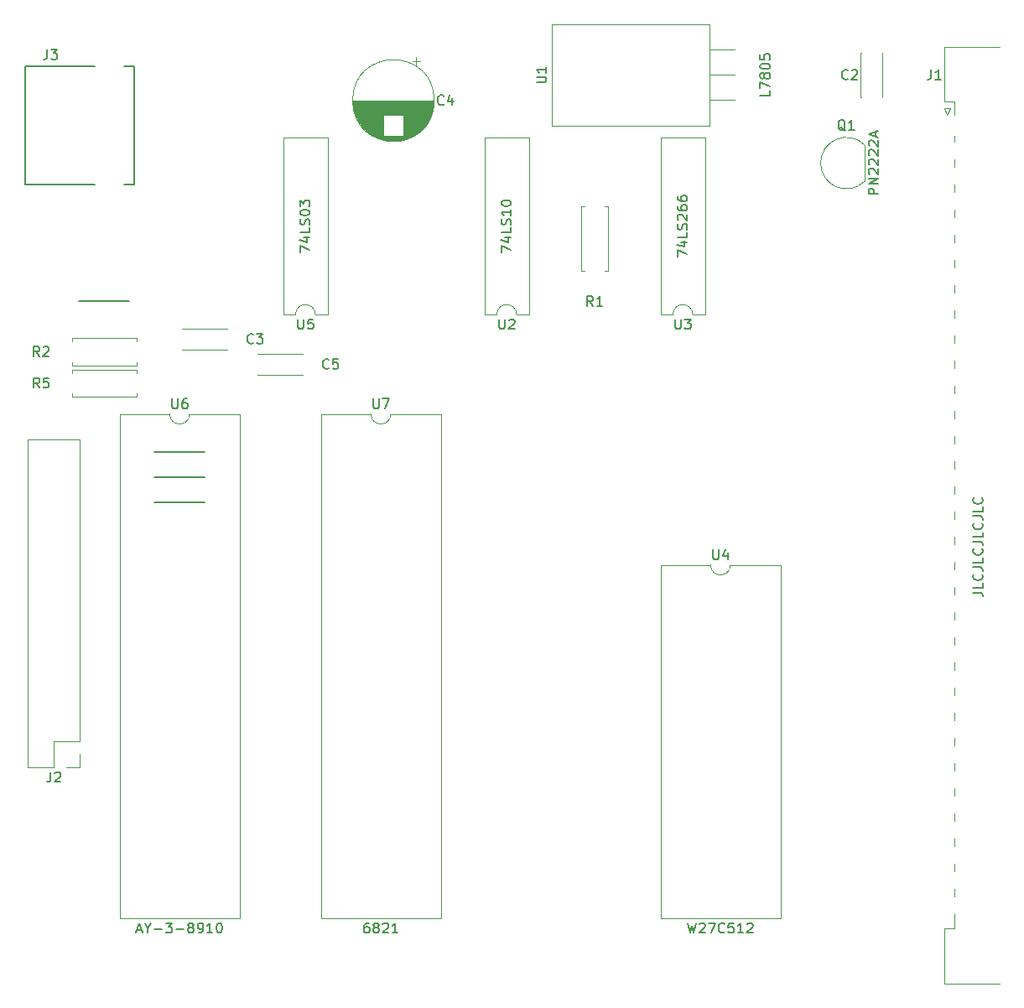
<source format=gbr>
%TF.GenerationSoftware,KiCad,Pcbnew,6.0.8-f2edbf62ab~116~ubuntu22.04.1*%
%TF.CreationDate,2022-10-04T22:46:57+02:00*%
%TF.ProjectId,QL_Qsound10x10,514c5f51-736f-4756-9e64-31307831302e,rev?*%
%TF.SameCoordinates,Original*%
%TF.FileFunction,Legend,Top*%
%TF.FilePolarity,Positive*%
%FSLAX46Y46*%
G04 Gerber Fmt 4.6, Leading zero omitted, Abs format (unit mm)*
G04 Created by KiCad (PCBNEW 6.0.8-f2edbf62ab~116~ubuntu22.04.1) date 2022-10-04 22:46:57*
%MOMM*%
%LPD*%
G01*
G04 APERTURE LIST*
%ADD10C,0.150000*%
%ADD11C,0.120000*%
%ADD12C,0.203200*%
G04 APERTURE END LIST*
D10*
X110490000Y-88900000D02*
X115570000Y-88900000D01*
X110490000Y-91440000D02*
X115570000Y-91440000D01*
X102870000Y-71120000D02*
X107950000Y-71120000D01*
X110490000Y-86360000D02*
X115570000Y-86360000D01*
X193127380Y-100504047D02*
X193841666Y-100504047D01*
X193984523Y-100551666D01*
X194079761Y-100646904D01*
X194127380Y-100789761D01*
X194127380Y-100885000D01*
X194127380Y-99551666D02*
X194127380Y-100027857D01*
X193127380Y-100027857D01*
X194032142Y-98646904D02*
X194079761Y-98694523D01*
X194127380Y-98837380D01*
X194127380Y-98932619D01*
X194079761Y-99075476D01*
X193984523Y-99170714D01*
X193889285Y-99218333D01*
X193698809Y-99265952D01*
X193555952Y-99265952D01*
X193365476Y-99218333D01*
X193270238Y-99170714D01*
X193175000Y-99075476D01*
X193127380Y-98932619D01*
X193127380Y-98837380D01*
X193175000Y-98694523D01*
X193222619Y-98646904D01*
X193127380Y-97932619D02*
X193841666Y-97932619D01*
X193984523Y-97980238D01*
X194079761Y-98075476D01*
X194127380Y-98218333D01*
X194127380Y-98313571D01*
X194127380Y-96980238D02*
X194127380Y-97456428D01*
X193127380Y-97456428D01*
X194032142Y-96075476D02*
X194079761Y-96123095D01*
X194127380Y-96265952D01*
X194127380Y-96361190D01*
X194079761Y-96504047D01*
X193984523Y-96599285D01*
X193889285Y-96646904D01*
X193698809Y-96694523D01*
X193555952Y-96694523D01*
X193365476Y-96646904D01*
X193270238Y-96599285D01*
X193175000Y-96504047D01*
X193127380Y-96361190D01*
X193127380Y-96265952D01*
X193175000Y-96123095D01*
X193222619Y-96075476D01*
X193127380Y-95361190D02*
X193841666Y-95361190D01*
X193984523Y-95408809D01*
X194079761Y-95504047D01*
X194127380Y-95646904D01*
X194127380Y-95742142D01*
X194127380Y-94408809D02*
X194127380Y-94885000D01*
X193127380Y-94885000D01*
X194032142Y-93504047D02*
X194079761Y-93551666D01*
X194127380Y-93694523D01*
X194127380Y-93789761D01*
X194079761Y-93932619D01*
X193984523Y-94027857D01*
X193889285Y-94075476D01*
X193698809Y-94123095D01*
X193555952Y-94123095D01*
X193365476Y-94075476D01*
X193270238Y-94027857D01*
X193175000Y-93932619D01*
X193127380Y-93789761D01*
X193127380Y-93694523D01*
X193175000Y-93551666D01*
X193222619Y-93504047D01*
X193127380Y-92789761D02*
X193841666Y-92789761D01*
X193984523Y-92837380D01*
X194079761Y-92932619D01*
X194127380Y-93075476D01*
X194127380Y-93170714D01*
X194127380Y-91837380D02*
X194127380Y-92313571D01*
X193127380Y-92313571D01*
X194032142Y-90932619D02*
X194079761Y-90980238D01*
X194127380Y-91123095D01*
X194127380Y-91218333D01*
X194079761Y-91361190D01*
X193984523Y-91456428D01*
X193889285Y-91504047D01*
X193698809Y-91551666D01*
X193555952Y-91551666D01*
X193365476Y-91504047D01*
X193270238Y-91456428D01*
X193175000Y-91361190D01*
X193127380Y-91218333D01*
X193127380Y-91123095D01*
X193175000Y-90980238D01*
X193222619Y-90932619D01*
%TO.C,U7*%
X132588095Y-80942380D02*
X132588095Y-81751904D01*
X132635714Y-81847142D01*
X132683333Y-81894761D01*
X132778571Y-81942380D01*
X132969047Y-81942380D01*
X133064285Y-81894761D01*
X133111904Y-81847142D01*
X133159523Y-81751904D01*
X133159523Y-80942380D01*
X133540476Y-80942380D02*
X134207142Y-80942380D01*
X133778571Y-81942380D01*
X132111904Y-133862380D02*
X131921428Y-133862380D01*
X131826190Y-133910000D01*
X131778571Y-133957619D01*
X131683333Y-134100476D01*
X131635714Y-134290952D01*
X131635714Y-134671904D01*
X131683333Y-134767142D01*
X131730952Y-134814761D01*
X131826190Y-134862380D01*
X132016666Y-134862380D01*
X132111904Y-134814761D01*
X132159523Y-134767142D01*
X132207142Y-134671904D01*
X132207142Y-134433809D01*
X132159523Y-134338571D01*
X132111904Y-134290952D01*
X132016666Y-134243333D01*
X131826190Y-134243333D01*
X131730952Y-134290952D01*
X131683333Y-134338571D01*
X131635714Y-134433809D01*
X132778571Y-134290952D02*
X132683333Y-134243333D01*
X132635714Y-134195714D01*
X132588095Y-134100476D01*
X132588095Y-134052857D01*
X132635714Y-133957619D01*
X132683333Y-133910000D01*
X132778571Y-133862380D01*
X132969047Y-133862380D01*
X133064285Y-133910000D01*
X133111904Y-133957619D01*
X133159523Y-134052857D01*
X133159523Y-134100476D01*
X133111904Y-134195714D01*
X133064285Y-134243333D01*
X132969047Y-134290952D01*
X132778571Y-134290952D01*
X132683333Y-134338571D01*
X132635714Y-134386190D01*
X132588095Y-134481428D01*
X132588095Y-134671904D01*
X132635714Y-134767142D01*
X132683333Y-134814761D01*
X132778571Y-134862380D01*
X132969047Y-134862380D01*
X133064285Y-134814761D01*
X133111904Y-134767142D01*
X133159523Y-134671904D01*
X133159523Y-134481428D01*
X133111904Y-134386190D01*
X133064285Y-134338571D01*
X132969047Y-134290952D01*
X133540476Y-133957619D02*
X133588095Y-133910000D01*
X133683333Y-133862380D01*
X133921428Y-133862380D01*
X134016666Y-133910000D01*
X134064285Y-133957619D01*
X134111904Y-134052857D01*
X134111904Y-134148095D01*
X134064285Y-134290952D01*
X133492857Y-134862380D01*
X134111904Y-134862380D01*
X135064285Y-134862380D02*
X134492857Y-134862380D01*
X134778571Y-134862380D02*
X134778571Y-133862380D01*
X134683333Y-134005238D01*
X134588095Y-134100476D01*
X134492857Y-134148095D01*
%TO.C,C5*%
X128103333Y-77827142D02*
X128055714Y-77874761D01*
X127912857Y-77922380D01*
X127817619Y-77922380D01*
X127674761Y-77874761D01*
X127579523Y-77779523D01*
X127531904Y-77684285D01*
X127484285Y-77493809D01*
X127484285Y-77350952D01*
X127531904Y-77160476D01*
X127579523Y-77065238D01*
X127674761Y-76970000D01*
X127817619Y-76922380D01*
X127912857Y-76922380D01*
X128055714Y-76970000D01*
X128103333Y-77017619D01*
X129008095Y-76922380D02*
X128531904Y-76922380D01*
X128484285Y-77398571D01*
X128531904Y-77350952D01*
X128627142Y-77303333D01*
X128865238Y-77303333D01*
X128960476Y-77350952D01*
X129008095Y-77398571D01*
X129055714Y-77493809D01*
X129055714Y-77731904D01*
X129008095Y-77827142D01*
X128960476Y-77874761D01*
X128865238Y-77922380D01*
X128627142Y-77922380D01*
X128531904Y-77874761D01*
X128484285Y-77827142D01*
%TO.C,R5*%
X98893333Y-79827380D02*
X98560000Y-79351190D01*
X98321904Y-79827380D02*
X98321904Y-78827380D01*
X98702857Y-78827380D01*
X98798095Y-78875000D01*
X98845714Y-78922619D01*
X98893333Y-79017857D01*
X98893333Y-79160714D01*
X98845714Y-79255952D01*
X98798095Y-79303571D01*
X98702857Y-79351190D01*
X98321904Y-79351190D01*
X99798095Y-78827380D02*
X99321904Y-78827380D01*
X99274285Y-79303571D01*
X99321904Y-79255952D01*
X99417142Y-79208333D01*
X99655238Y-79208333D01*
X99750476Y-79255952D01*
X99798095Y-79303571D01*
X99845714Y-79398809D01*
X99845714Y-79636904D01*
X99798095Y-79732142D01*
X99750476Y-79779761D01*
X99655238Y-79827380D01*
X99417142Y-79827380D01*
X99321904Y-79779761D01*
X99274285Y-79732142D01*
%TO.C,Q1*%
X180244761Y-53887619D02*
X180149523Y-53840000D01*
X180054285Y-53744761D01*
X179911428Y-53601904D01*
X179816190Y-53554285D01*
X179720952Y-53554285D01*
X179768571Y-53792380D02*
X179673333Y-53744761D01*
X179578095Y-53649523D01*
X179530476Y-53459047D01*
X179530476Y-53125714D01*
X179578095Y-52935238D01*
X179673333Y-52840000D01*
X179768571Y-52792380D01*
X179959047Y-52792380D01*
X180054285Y-52840000D01*
X180149523Y-52935238D01*
X180197142Y-53125714D01*
X180197142Y-53459047D01*
X180149523Y-53649523D01*
X180054285Y-53744761D01*
X179959047Y-53792380D01*
X179768571Y-53792380D01*
X181149523Y-53792380D02*
X180578095Y-53792380D01*
X180863809Y-53792380D02*
X180863809Y-52792380D01*
X180768571Y-52935238D01*
X180673333Y-53030476D01*
X180578095Y-53078095D01*
X183582380Y-60269047D02*
X182582380Y-60269047D01*
X182582380Y-59888095D01*
X182630000Y-59792857D01*
X182677619Y-59745238D01*
X182772857Y-59697619D01*
X182915714Y-59697619D01*
X183010952Y-59745238D01*
X183058571Y-59792857D01*
X183106190Y-59888095D01*
X183106190Y-60269047D01*
X183582380Y-59269047D02*
X182582380Y-59269047D01*
X183582380Y-58697619D01*
X182582380Y-58697619D01*
X182677619Y-58269047D02*
X182630000Y-58221428D01*
X182582380Y-58126190D01*
X182582380Y-57888095D01*
X182630000Y-57792857D01*
X182677619Y-57745238D01*
X182772857Y-57697619D01*
X182868095Y-57697619D01*
X183010952Y-57745238D01*
X183582380Y-58316666D01*
X183582380Y-57697619D01*
X182677619Y-57316666D02*
X182630000Y-57269047D01*
X182582380Y-57173809D01*
X182582380Y-56935714D01*
X182630000Y-56840476D01*
X182677619Y-56792857D01*
X182772857Y-56745238D01*
X182868095Y-56745238D01*
X183010952Y-56792857D01*
X183582380Y-57364285D01*
X183582380Y-56745238D01*
X182677619Y-56364285D02*
X182630000Y-56316666D01*
X182582380Y-56221428D01*
X182582380Y-55983333D01*
X182630000Y-55888095D01*
X182677619Y-55840476D01*
X182772857Y-55792857D01*
X182868095Y-55792857D01*
X183010952Y-55840476D01*
X183582380Y-56411904D01*
X183582380Y-55792857D01*
X182677619Y-55411904D02*
X182630000Y-55364285D01*
X182582380Y-55269047D01*
X182582380Y-55030952D01*
X182630000Y-54935714D01*
X182677619Y-54888095D01*
X182772857Y-54840476D01*
X182868095Y-54840476D01*
X183010952Y-54888095D01*
X183582380Y-55459523D01*
X183582380Y-54840476D01*
X183296666Y-54459523D02*
X183296666Y-53983333D01*
X183582380Y-54554761D02*
X182582380Y-54221428D01*
X183582380Y-53888095D01*
%TO.C,U2*%
X145288095Y-72902380D02*
X145288095Y-73711904D01*
X145335714Y-73807142D01*
X145383333Y-73854761D01*
X145478571Y-73902380D01*
X145669047Y-73902380D01*
X145764285Y-73854761D01*
X145811904Y-73807142D01*
X145859523Y-73711904D01*
X145859523Y-72902380D01*
X146288095Y-72997619D02*
X146335714Y-72950000D01*
X146430952Y-72902380D01*
X146669047Y-72902380D01*
X146764285Y-72950000D01*
X146811904Y-72997619D01*
X146859523Y-73092857D01*
X146859523Y-73188095D01*
X146811904Y-73330952D01*
X146240476Y-73902380D01*
X146859523Y-73902380D01*
X145502380Y-66142857D02*
X145502380Y-65476190D01*
X146502380Y-65904761D01*
X145835714Y-64666666D02*
X146502380Y-64666666D01*
X145454761Y-64904761D02*
X146169047Y-65142857D01*
X146169047Y-64523809D01*
X146502380Y-63666666D02*
X146502380Y-64142857D01*
X145502380Y-64142857D01*
X146454761Y-63380952D02*
X146502380Y-63238095D01*
X146502380Y-63000000D01*
X146454761Y-62904761D01*
X146407142Y-62857142D01*
X146311904Y-62809523D01*
X146216666Y-62809523D01*
X146121428Y-62857142D01*
X146073809Y-62904761D01*
X146026190Y-63000000D01*
X145978571Y-63190476D01*
X145930952Y-63285714D01*
X145883333Y-63333333D01*
X145788095Y-63380952D01*
X145692857Y-63380952D01*
X145597619Y-63333333D01*
X145550000Y-63285714D01*
X145502380Y-63190476D01*
X145502380Y-62952380D01*
X145550000Y-62809523D01*
X146502380Y-61857142D02*
X146502380Y-62428571D01*
X146502380Y-62142857D02*
X145502380Y-62142857D01*
X145645238Y-62238095D01*
X145740476Y-62333333D01*
X145788095Y-62428571D01*
X145502380Y-61238095D02*
X145502380Y-61142857D01*
X145550000Y-61047619D01*
X145597619Y-61000000D01*
X145692857Y-60952380D01*
X145883333Y-60904761D01*
X146121428Y-60904761D01*
X146311904Y-60952380D01*
X146407142Y-61000000D01*
X146454761Y-61047619D01*
X146502380Y-61142857D01*
X146502380Y-61238095D01*
X146454761Y-61333333D01*
X146407142Y-61380952D01*
X146311904Y-61428571D01*
X146121428Y-61476190D01*
X145883333Y-61476190D01*
X145692857Y-61428571D01*
X145597619Y-61380952D01*
X145550000Y-61333333D01*
X145502380Y-61238095D01*
%TO.C,J2*%
X100001666Y-118622380D02*
X100001666Y-119336666D01*
X99954047Y-119479523D01*
X99858809Y-119574761D01*
X99715952Y-119622380D01*
X99620714Y-119622380D01*
X100430238Y-118717619D02*
X100477857Y-118670000D01*
X100573095Y-118622380D01*
X100811190Y-118622380D01*
X100906428Y-118670000D01*
X100954047Y-118717619D01*
X101001666Y-118812857D01*
X101001666Y-118908095D01*
X100954047Y-119050952D01*
X100382619Y-119622380D01*
X101001666Y-119622380D01*
%TO.C,C3*%
X120483333Y-75287142D02*
X120435714Y-75334761D01*
X120292857Y-75382380D01*
X120197619Y-75382380D01*
X120054761Y-75334761D01*
X119959523Y-75239523D01*
X119911904Y-75144285D01*
X119864285Y-74953809D01*
X119864285Y-74810952D01*
X119911904Y-74620476D01*
X119959523Y-74525238D01*
X120054761Y-74430000D01*
X120197619Y-74382380D01*
X120292857Y-74382380D01*
X120435714Y-74430000D01*
X120483333Y-74477619D01*
X120816666Y-74382380D02*
X121435714Y-74382380D01*
X121102380Y-74763333D01*
X121245238Y-74763333D01*
X121340476Y-74810952D01*
X121388095Y-74858571D01*
X121435714Y-74953809D01*
X121435714Y-75191904D01*
X121388095Y-75287142D01*
X121340476Y-75334761D01*
X121245238Y-75382380D01*
X120959523Y-75382380D01*
X120864285Y-75334761D01*
X120816666Y-75287142D01*
%TO.C,R2*%
X98893333Y-76652380D02*
X98560000Y-76176190D01*
X98321904Y-76652380D02*
X98321904Y-75652380D01*
X98702857Y-75652380D01*
X98798095Y-75700000D01*
X98845714Y-75747619D01*
X98893333Y-75842857D01*
X98893333Y-75985714D01*
X98845714Y-76080952D01*
X98798095Y-76128571D01*
X98702857Y-76176190D01*
X98321904Y-76176190D01*
X99274285Y-75747619D02*
X99321904Y-75700000D01*
X99417142Y-75652380D01*
X99655238Y-75652380D01*
X99750476Y-75700000D01*
X99798095Y-75747619D01*
X99845714Y-75842857D01*
X99845714Y-75938095D01*
X99798095Y-76080952D01*
X99226666Y-76652380D01*
X99845714Y-76652380D01*
%TO.C,R1*%
X154773333Y-71572380D02*
X154440000Y-71096190D01*
X154201904Y-71572380D02*
X154201904Y-70572380D01*
X154582857Y-70572380D01*
X154678095Y-70620000D01*
X154725714Y-70667619D01*
X154773333Y-70762857D01*
X154773333Y-70905714D01*
X154725714Y-71000952D01*
X154678095Y-71048571D01*
X154582857Y-71096190D01*
X154201904Y-71096190D01*
X155725714Y-71572380D02*
X155154285Y-71572380D01*
X155440000Y-71572380D02*
X155440000Y-70572380D01*
X155344761Y-70715238D01*
X155249523Y-70810476D01*
X155154285Y-70858095D01*
%TO.C,U5*%
X124968095Y-72902380D02*
X124968095Y-73711904D01*
X125015714Y-73807142D01*
X125063333Y-73854761D01*
X125158571Y-73902380D01*
X125349047Y-73902380D01*
X125444285Y-73854761D01*
X125491904Y-73807142D01*
X125539523Y-73711904D01*
X125539523Y-72902380D01*
X126491904Y-72902380D02*
X126015714Y-72902380D01*
X125968095Y-73378571D01*
X126015714Y-73330952D01*
X126110952Y-73283333D01*
X126349047Y-73283333D01*
X126444285Y-73330952D01*
X126491904Y-73378571D01*
X126539523Y-73473809D01*
X126539523Y-73711904D01*
X126491904Y-73807142D01*
X126444285Y-73854761D01*
X126349047Y-73902380D01*
X126110952Y-73902380D01*
X126015714Y-73854761D01*
X125968095Y-73807142D01*
X125182380Y-66142857D02*
X125182380Y-65476190D01*
X126182380Y-65904761D01*
X125515714Y-64666666D02*
X126182380Y-64666666D01*
X125134761Y-64904761D02*
X125849047Y-65142857D01*
X125849047Y-64523809D01*
X126182380Y-63666666D02*
X126182380Y-64142857D01*
X125182380Y-64142857D01*
X126134761Y-63380952D02*
X126182380Y-63238095D01*
X126182380Y-63000000D01*
X126134761Y-62904761D01*
X126087142Y-62857142D01*
X125991904Y-62809523D01*
X125896666Y-62809523D01*
X125801428Y-62857142D01*
X125753809Y-62904761D01*
X125706190Y-63000000D01*
X125658571Y-63190476D01*
X125610952Y-63285714D01*
X125563333Y-63333333D01*
X125468095Y-63380952D01*
X125372857Y-63380952D01*
X125277619Y-63333333D01*
X125230000Y-63285714D01*
X125182380Y-63190476D01*
X125182380Y-62952380D01*
X125230000Y-62809523D01*
X125182380Y-62190476D02*
X125182380Y-62095238D01*
X125230000Y-62000000D01*
X125277619Y-61952380D01*
X125372857Y-61904761D01*
X125563333Y-61857142D01*
X125801428Y-61857142D01*
X125991904Y-61904761D01*
X126087142Y-61952380D01*
X126134761Y-62000000D01*
X126182380Y-62095238D01*
X126182380Y-62190476D01*
X126134761Y-62285714D01*
X126087142Y-62333333D01*
X125991904Y-62380952D01*
X125801428Y-62428571D01*
X125563333Y-62428571D01*
X125372857Y-62380952D01*
X125277619Y-62333333D01*
X125230000Y-62285714D01*
X125182380Y-62190476D01*
X125182380Y-61523809D02*
X125182380Y-60904761D01*
X125563333Y-61238095D01*
X125563333Y-61095238D01*
X125610952Y-61000000D01*
X125658571Y-60952380D01*
X125753809Y-60904761D01*
X125991904Y-60904761D01*
X126087142Y-60952380D01*
X126134761Y-61000000D01*
X126182380Y-61095238D01*
X126182380Y-61380952D01*
X126134761Y-61476190D01*
X126087142Y-61523809D01*
%TO.C,J3*%
X99677023Y-45672380D02*
X99677023Y-46386666D01*
X99629404Y-46529523D01*
X99534166Y-46624761D01*
X99391309Y-46672380D01*
X99296071Y-46672380D01*
X100057976Y-45672380D02*
X100677023Y-45672380D01*
X100343690Y-46053333D01*
X100486547Y-46053333D01*
X100581785Y-46100952D01*
X100629404Y-46148571D01*
X100677023Y-46243809D01*
X100677023Y-46481904D01*
X100629404Y-46577142D01*
X100581785Y-46624761D01*
X100486547Y-46672380D01*
X100200833Y-46672380D01*
X100105595Y-46624761D01*
X100057976Y-46577142D01*
%TO.C,U3*%
X163068095Y-72902380D02*
X163068095Y-73711904D01*
X163115714Y-73807142D01*
X163163333Y-73854761D01*
X163258571Y-73902380D01*
X163449047Y-73902380D01*
X163544285Y-73854761D01*
X163591904Y-73807142D01*
X163639523Y-73711904D01*
X163639523Y-72902380D01*
X164020476Y-72902380D02*
X164639523Y-72902380D01*
X164306190Y-73283333D01*
X164449047Y-73283333D01*
X164544285Y-73330952D01*
X164591904Y-73378571D01*
X164639523Y-73473809D01*
X164639523Y-73711904D01*
X164591904Y-73807142D01*
X164544285Y-73854761D01*
X164449047Y-73902380D01*
X164163333Y-73902380D01*
X164068095Y-73854761D01*
X164020476Y-73807142D01*
X163282380Y-66619047D02*
X163282380Y-65952380D01*
X164282380Y-66380952D01*
X163615714Y-65142857D02*
X164282380Y-65142857D01*
X163234761Y-65380952D02*
X163949047Y-65619047D01*
X163949047Y-65000000D01*
X164282380Y-64142857D02*
X164282380Y-64619047D01*
X163282380Y-64619047D01*
X164234761Y-63857142D02*
X164282380Y-63714285D01*
X164282380Y-63476190D01*
X164234761Y-63380952D01*
X164187142Y-63333333D01*
X164091904Y-63285714D01*
X163996666Y-63285714D01*
X163901428Y-63333333D01*
X163853809Y-63380952D01*
X163806190Y-63476190D01*
X163758571Y-63666666D01*
X163710952Y-63761904D01*
X163663333Y-63809523D01*
X163568095Y-63857142D01*
X163472857Y-63857142D01*
X163377619Y-63809523D01*
X163330000Y-63761904D01*
X163282380Y-63666666D01*
X163282380Y-63428571D01*
X163330000Y-63285714D01*
X163377619Y-62904761D02*
X163330000Y-62857142D01*
X163282380Y-62761904D01*
X163282380Y-62523809D01*
X163330000Y-62428571D01*
X163377619Y-62380952D01*
X163472857Y-62333333D01*
X163568095Y-62333333D01*
X163710952Y-62380952D01*
X164282380Y-62952380D01*
X164282380Y-62333333D01*
X163282380Y-61476190D02*
X163282380Y-61666666D01*
X163330000Y-61761904D01*
X163377619Y-61809523D01*
X163520476Y-61904761D01*
X163710952Y-61952380D01*
X164091904Y-61952380D01*
X164187142Y-61904761D01*
X164234761Y-61857142D01*
X164282380Y-61761904D01*
X164282380Y-61571428D01*
X164234761Y-61476190D01*
X164187142Y-61428571D01*
X164091904Y-61380952D01*
X163853809Y-61380952D01*
X163758571Y-61428571D01*
X163710952Y-61476190D01*
X163663333Y-61571428D01*
X163663333Y-61761904D01*
X163710952Y-61857142D01*
X163758571Y-61904761D01*
X163853809Y-61952380D01*
X163282380Y-60523809D02*
X163282380Y-60714285D01*
X163330000Y-60809523D01*
X163377619Y-60857142D01*
X163520476Y-60952380D01*
X163710952Y-61000000D01*
X164091904Y-61000000D01*
X164187142Y-60952380D01*
X164234761Y-60904761D01*
X164282380Y-60809523D01*
X164282380Y-60619047D01*
X164234761Y-60523809D01*
X164187142Y-60476190D01*
X164091904Y-60428571D01*
X163853809Y-60428571D01*
X163758571Y-60476190D01*
X163710952Y-60523809D01*
X163663333Y-60619047D01*
X163663333Y-60809523D01*
X163710952Y-60904761D01*
X163758571Y-60952380D01*
X163853809Y-61000000D01*
%TO.C,C2*%
X180513333Y-48617142D02*
X180465714Y-48664761D01*
X180322857Y-48712380D01*
X180227619Y-48712380D01*
X180084761Y-48664761D01*
X179989523Y-48569523D01*
X179941904Y-48474285D01*
X179894285Y-48283809D01*
X179894285Y-48140952D01*
X179941904Y-47950476D01*
X179989523Y-47855238D01*
X180084761Y-47760000D01*
X180227619Y-47712380D01*
X180322857Y-47712380D01*
X180465714Y-47760000D01*
X180513333Y-47807619D01*
X180894285Y-47807619D02*
X180941904Y-47760000D01*
X181037142Y-47712380D01*
X181275238Y-47712380D01*
X181370476Y-47760000D01*
X181418095Y-47807619D01*
X181465714Y-47902857D01*
X181465714Y-47998095D01*
X181418095Y-48140952D01*
X180846666Y-48712380D01*
X181465714Y-48712380D01*
%TO.C,U1*%
X149052380Y-49021904D02*
X149861904Y-49021904D01*
X149957142Y-48974285D01*
X150004761Y-48926666D01*
X150052380Y-48831428D01*
X150052380Y-48640952D01*
X150004761Y-48545714D01*
X149957142Y-48498095D01*
X149861904Y-48450476D01*
X149052380Y-48450476D01*
X150052380Y-47450476D02*
X150052380Y-48021904D01*
X150052380Y-47736190D02*
X149052380Y-47736190D01*
X149195238Y-47831428D01*
X149290476Y-47926666D01*
X149338095Y-48021904D01*
X172632380Y-49855238D02*
X172632380Y-50331428D01*
X171632380Y-50331428D01*
X171632380Y-49617142D02*
X171632380Y-48950476D01*
X172632380Y-49379047D01*
X172060952Y-48426666D02*
X172013333Y-48521904D01*
X171965714Y-48569523D01*
X171870476Y-48617142D01*
X171822857Y-48617142D01*
X171727619Y-48569523D01*
X171680000Y-48521904D01*
X171632380Y-48426666D01*
X171632380Y-48236190D01*
X171680000Y-48140952D01*
X171727619Y-48093333D01*
X171822857Y-48045714D01*
X171870476Y-48045714D01*
X171965714Y-48093333D01*
X172013333Y-48140952D01*
X172060952Y-48236190D01*
X172060952Y-48426666D01*
X172108571Y-48521904D01*
X172156190Y-48569523D01*
X172251428Y-48617142D01*
X172441904Y-48617142D01*
X172537142Y-48569523D01*
X172584761Y-48521904D01*
X172632380Y-48426666D01*
X172632380Y-48236190D01*
X172584761Y-48140952D01*
X172537142Y-48093333D01*
X172441904Y-48045714D01*
X172251428Y-48045714D01*
X172156190Y-48093333D01*
X172108571Y-48140952D01*
X172060952Y-48236190D01*
X171632380Y-47426666D02*
X171632380Y-47331428D01*
X171680000Y-47236190D01*
X171727619Y-47188571D01*
X171822857Y-47140952D01*
X172013333Y-47093333D01*
X172251428Y-47093333D01*
X172441904Y-47140952D01*
X172537142Y-47188571D01*
X172584761Y-47236190D01*
X172632380Y-47331428D01*
X172632380Y-47426666D01*
X172584761Y-47521904D01*
X172537142Y-47569523D01*
X172441904Y-47617142D01*
X172251428Y-47664761D01*
X172013333Y-47664761D01*
X171822857Y-47617142D01*
X171727619Y-47569523D01*
X171680000Y-47521904D01*
X171632380Y-47426666D01*
X171632380Y-46188571D02*
X171632380Y-46664761D01*
X172108571Y-46712380D01*
X172060952Y-46664761D01*
X172013333Y-46569523D01*
X172013333Y-46331428D01*
X172060952Y-46236190D01*
X172108571Y-46188571D01*
X172203809Y-46140952D01*
X172441904Y-46140952D01*
X172537142Y-46188571D01*
X172584761Y-46236190D01*
X172632380Y-46331428D01*
X172632380Y-46569523D01*
X172584761Y-46664761D01*
X172537142Y-46712380D01*
%TO.C,U6*%
X112268095Y-80942380D02*
X112268095Y-81751904D01*
X112315714Y-81847142D01*
X112363333Y-81894761D01*
X112458571Y-81942380D01*
X112649047Y-81942380D01*
X112744285Y-81894761D01*
X112791904Y-81847142D01*
X112839523Y-81751904D01*
X112839523Y-80942380D01*
X113744285Y-80942380D02*
X113553809Y-80942380D01*
X113458571Y-80990000D01*
X113410952Y-81037619D01*
X113315714Y-81180476D01*
X113268095Y-81370952D01*
X113268095Y-81751904D01*
X113315714Y-81847142D01*
X113363333Y-81894761D01*
X113458571Y-81942380D01*
X113649047Y-81942380D01*
X113744285Y-81894761D01*
X113791904Y-81847142D01*
X113839523Y-81751904D01*
X113839523Y-81513809D01*
X113791904Y-81418571D01*
X113744285Y-81370952D01*
X113649047Y-81323333D01*
X113458571Y-81323333D01*
X113363333Y-81370952D01*
X113315714Y-81418571D01*
X113268095Y-81513809D01*
X108744285Y-134576666D02*
X109220476Y-134576666D01*
X108649047Y-134862380D02*
X108982380Y-133862380D01*
X109315714Y-134862380D01*
X109839523Y-134386190D02*
X109839523Y-134862380D01*
X109506190Y-133862380D02*
X109839523Y-134386190D01*
X110172857Y-133862380D01*
X110506190Y-134481428D02*
X111268095Y-134481428D01*
X111649047Y-133862380D02*
X112268095Y-133862380D01*
X111934761Y-134243333D01*
X112077619Y-134243333D01*
X112172857Y-134290952D01*
X112220476Y-134338571D01*
X112268095Y-134433809D01*
X112268095Y-134671904D01*
X112220476Y-134767142D01*
X112172857Y-134814761D01*
X112077619Y-134862380D01*
X111791904Y-134862380D01*
X111696666Y-134814761D01*
X111649047Y-134767142D01*
X112696666Y-134481428D02*
X113458571Y-134481428D01*
X114077619Y-134290952D02*
X113982380Y-134243333D01*
X113934761Y-134195714D01*
X113887142Y-134100476D01*
X113887142Y-134052857D01*
X113934761Y-133957619D01*
X113982380Y-133910000D01*
X114077619Y-133862380D01*
X114268095Y-133862380D01*
X114363333Y-133910000D01*
X114410952Y-133957619D01*
X114458571Y-134052857D01*
X114458571Y-134100476D01*
X114410952Y-134195714D01*
X114363333Y-134243333D01*
X114268095Y-134290952D01*
X114077619Y-134290952D01*
X113982380Y-134338571D01*
X113934761Y-134386190D01*
X113887142Y-134481428D01*
X113887142Y-134671904D01*
X113934761Y-134767142D01*
X113982380Y-134814761D01*
X114077619Y-134862380D01*
X114268095Y-134862380D01*
X114363333Y-134814761D01*
X114410952Y-134767142D01*
X114458571Y-134671904D01*
X114458571Y-134481428D01*
X114410952Y-134386190D01*
X114363333Y-134338571D01*
X114268095Y-134290952D01*
X114934761Y-134862380D02*
X115125238Y-134862380D01*
X115220476Y-134814761D01*
X115268095Y-134767142D01*
X115363333Y-134624285D01*
X115410952Y-134433809D01*
X115410952Y-134052857D01*
X115363333Y-133957619D01*
X115315714Y-133910000D01*
X115220476Y-133862380D01*
X115030000Y-133862380D01*
X114934761Y-133910000D01*
X114887142Y-133957619D01*
X114839523Y-134052857D01*
X114839523Y-134290952D01*
X114887142Y-134386190D01*
X114934761Y-134433809D01*
X115030000Y-134481428D01*
X115220476Y-134481428D01*
X115315714Y-134433809D01*
X115363333Y-134386190D01*
X115410952Y-134290952D01*
X116363333Y-134862380D02*
X115791904Y-134862380D01*
X116077619Y-134862380D02*
X116077619Y-133862380D01*
X115982380Y-134005238D01*
X115887142Y-134100476D01*
X115791904Y-134148095D01*
X116982380Y-133862380D02*
X117077619Y-133862380D01*
X117172857Y-133910000D01*
X117220476Y-133957619D01*
X117268095Y-134052857D01*
X117315714Y-134243333D01*
X117315714Y-134481428D01*
X117268095Y-134671904D01*
X117220476Y-134767142D01*
X117172857Y-134814761D01*
X117077619Y-134862380D01*
X116982380Y-134862380D01*
X116887142Y-134814761D01*
X116839523Y-134767142D01*
X116791904Y-134671904D01*
X116744285Y-134481428D01*
X116744285Y-134243333D01*
X116791904Y-134052857D01*
X116839523Y-133957619D01*
X116887142Y-133910000D01*
X116982380Y-133862380D01*
%TO.C,J1*%
X188896666Y-47712380D02*
X188896666Y-48426666D01*
X188849047Y-48569523D01*
X188753809Y-48664761D01*
X188610952Y-48712380D01*
X188515714Y-48712380D01*
X189896666Y-48712380D02*
X189325238Y-48712380D01*
X189610952Y-48712380D02*
X189610952Y-47712380D01*
X189515714Y-47855238D01*
X189420476Y-47950476D01*
X189325238Y-47998095D01*
%TO.C,C4*%
X139703333Y-51197142D02*
X139655714Y-51244761D01*
X139512857Y-51292380D01*
X139417619Y-51292380D01*
X139274761Y-51244761D01*
X139179523Y-51149523D01*
X139131904Y-51054285D01*
X139084285Y-50863809D01*
X139084285Y-50720952D01*
X139131904Y-50530476D01*
X139179523Y-50435238D01*
X139274761Y-50340000D01*
X139417619Y-50292380D01*
X139512857Y-50292380D01*
X139655714Y-50340000D01*
X139703333Y-50387619D01*
X140560476Y-50625714D02*
X140560476Y-51292380D01*
X140322380Y-50244761D02*
X140084285Y-50959047D01*
X140703333Y-50959047D01*
%TO.C,U4*%
X166878095Y-96182380D02*
X166878095Y-96991904D01*
X166925714Y-97087142D01*
X166973333Y-97134761D01*
X167068571Y-97182380D01*
X167259047Y-97182380D01*
X167354285Y-97134761D01*
X167401904Y-97087142D01*
X167449523Y-96991904D01*
X167449523Y-96182380D01*
X168354285Y-96515714D02*
X168354285Y-97182380D01*
X168116190Y-96134761D02*
X167878095Y-96849047D01*
X168497142Y-96849047D01*
X164330476Y-133862380D02*
X164568571Y-134862380D01*
X164759047Y-134148095D01*
X164949523Y-134862380D01*
X165187619Y-133862380D01*
X165520952Y-133957619D02*
X165568571Y-133910000D01*
X165663809Y-133862380D01*
X165901904Y-133862380D01*
X165997142Y-133910000D01*
X166044761Y-133957619D01*
X166092380Y-134052857D01*
X166092380Y-134148095D01*
X166044761Y-134290952D01*
X165473333Y-134862380D01*
X166092380Y-134862380D01*
X166425714Y-133862380D02*
X167092380Y-133862380D01*
X166663809Y-134862380D01*
X168044761Y-134767142D02*
X167997142Y-134814761D01*
X167854285Y-134862380D01*
X167759047Y-134862380D01*
X167616190Y-134814761D01*
X167520952Y-134719523D01*
X167473333Y-134624285D01*
X167425714Y-134433809D01*
X167425714Y-134290952D01*
X167473333Y-134100476D01*
X167520952Y-134005238D01*
X167616190Y-133910000D01*
X167759047Y-133862380D01*
X167854285Y-133862380D01*
X167997142Y-133910000D01*
X168044761Y-133957619D01*
X168949523Y-133862380D02*
X168473333Y-133862380D01*
X168425714Y-134338571D01*
X168473333Y-134290952D01*
X168568571Y-134243333D01*
X168806666Y-134243333D01*
X168901904Y-134290952D01*
X168949523Y-134338571D01*
X168997142Y-134433809D01*
X168997142Y-134671904D01*
X168949523Y-134767142D01*
X168901904Y-134814761D01*
X168806666Y-134862380D01*
X168568571Y-134862380D01*
X168473333Y-134814761D01*
X168425714Y-134767142D01*
X169949523Y-134862380D02*
X169378095Y-134862380D01*
X169663809Y-134862380D02*
X169663809Y-133862380D01*
X169568571Y-134005238D01*
X169473333Y-134100476D01*
X169378095Y-134148095D01*
X170330476Y-133957619D02*
X170378095Y-133910000D01*
X170473333Y-133862380D01*
X170711428Y-133862380D01*
X170806666Y-133910000D01*
X170854285Y-133957619D01*
X170901904Y-134052857D01*
X170901904Y-134148095D01*
X170854285Y-134290952D01*
X170282857Y-134862380D01*
X170901904Y-134862380D01*
D11*
%TO.C,U7*%
X139410000Y-82490000D02*
X134350000Y-82490000D01*
X132350000Y-82490000D02*
X127290000Y-82490000D01*
X139410000Y-133410000D02*
X139410000Y-82490000D01*
X127290000Y-82490000D02*
X127290000Y-133410000D01*
X127290000Y-133410000D02*
X139410000Y-133410000D01*
X132350000Y-82490000D02*
G75*
G03*
X134350000Y-82490000I1000000J0D01*
G01*
%TO.C,C5*%
X120920000Y-78540000D02*
X125460000Y-78540000D01*
X125460000Y-76400000D02*
X125460000Y-76415000D01*
X120920000Y-76400000D02*
X120920000Y-76415000D01*
X125460000Y-78525000D02*
X125460000Y-78540000D01*
X120920000Y-76400000D02*
X125460000Y-76400000D01*
X120920000Y-78525000D02*
X120920000Y-78540000D01*
%TO.C,R5*%
X108680000Y-78005000D02*
X102140000Y-78005000D01*
X102140000Y-80745000D02*
X102140000Y-80415000D01*
X108680000Y-78335000D02*
X108680000Y-78005000D01*
X108680000Y-80745000D02*
X102140000Y-80745000D01*
X108680000Y-80415000D02*
X108680000Y-80745000D01*
X102140000Y-78005000D02*
X102140000Y-78335000D01*
%TO.C,Q1*%
X182190000Y-58950000D02*
X182190000Y-55350000D01*
X182178478Y-55311522D02*
G75*
G03*
X177740000Y-57150000I-1838478J-1838478D01*
G01*
X177739999Y-57150000D02*
G75*
G03*
X182178478Y-58988478I2600001J0D01*
G01*
%TO.C,U2*%
X148300000Y-54550000D02*
X143800000Y-54550000D01*
X148300000Y-72450000D02*
X148300000Y-54550000D01*
X147050000Y-72450000D02*
X148300000Y-72450000D01*
X143800000Y-72450000D02*
X145050000Y-72450000D01*
X143800000Y-54550000D02*
X143800000Y-72450000D01*
X147050000Y-72450000D02*
G75*
G03*
X145050000Y-72450000I-1000000J0D01*
G01*
%TO.C,J2*%
X97735000Y-118170000D02*
X97735000Y-85030000D01*
X102935000Y-115570000D02*
X100335000Y-115570000D01*
X102935000Y-116840000D02*
X102935000Y-118170000D01*
X100335000Y-118170000D02*
X97735000Y-118170000D01*
X102935000Y-85030000D02*
X97735000Y-85030000D01*
X102935000Y-115570000D02*
X102935000Y-85030000D01*
X102935000Y-118170000D02*
X101605000Y-118170000D01*
X100335000Y-115570000D02*
X100335000Y-118170000D01*
%TO.C,C3*%
X117840000Y-76000000D02*
X117840000Y-75985000D01*
X113300000Y-76000000D02*
X113300000Y-75985000D01*
X117840000Y-73875000D02*
X117840000Y-73860000D01*
X113300000Y-73875000D02*
X113300000Y-73860000D01*
X117840000Y-73860000D02*
X113300000Y-73860000D01*
X117840000Y-76000000D02*
X113300000Y-76000000D01*
%TO.C,R2*%
X108680000Y-74830000D02*
X108680000Y-75160000D01*
X102140000Y-77240000D02*
X102140000Y-77570000D01*
X108680000Y-77570000D02*
X108680000Y-77240000D01*
X102140000Y-74830000D02*
X108680000Y-74830000D01*
X102140000Y-75160000D02*
X102140000Y-74830000D01*
X102140000Y-77570000D02*
X108680000Y-77570000D01*
%TO.C,R1*%
X156310000Y-61500000D02*
X155980000Y-61500000D01*
X155980000Y-68040000D02*
X156310000Y-68040000D01*
X156310000Y-68040000D02*
X156310000Y-61500000D01*
X153570000Y-61500000D02*
X153900000Y-61500000D01*
X153570000Y-68040000D02*
X153570000Y-61500000D01*
X153900000Y-68040000D02*
X153570000Y-68040000D01*
%TO.C,U5*%
X123480000Y-54550000D02*
X123480000Y-72450000D01*
X127980000Y-72450000D02*
X127980000Y-54550000D01*
X123480000Y-72450000D02*
X124730000Y-72450000D01*
X127980000Y-54550000D02*
X123480000Y-54550000D01*
X126730000Y-72450000D02*
X127980000Y-72450000D01*
X126730000Y-72450000D02*
G75*
G03*
X124730000Y-72450000I-1000000J0D01*
G01*
D12*
%TO.C,J3*%
X108465000Y-59340000D02*
X107465000Y-59340000D01*
X108465000Y-47340000D02*
X108465000Y-59340000D01*
X97465000Y-47340000D02*
X97465000Y-59340000D01*
X97465000Y-59340000D02*
X104465000Y-59340000D01*
X97465000Y-47340000D02*
X104465000Y-47340000D01*
X108465000Y-47340000D02*
X107465000Y-47340000D01*
D11*
%TO.C,U3*%
X161580000Y-54550000D02*
X161580000Y-72450000D01*
X161580000Y-72450000D02*
X162830000Y-72450000D01*
X164830000Y-72450000D02*
X166080000Y-72450000D01*
X166080000Y-54550000D02*
X161580000Y-54550000D01*
X166080000Y-72450000D02*
X166080000Y-54550000D01*
X164830000Y-72450000D02*
G75*
G03*
X162830000Y-72450000I-1000000J0D01*
G01*
%TO.C,C2*%
X183950000Y-50530000D02*
X183950000Y-45990000D01*
X183935000Y-50530000D02*
X183950000Y-50530000D01*
X181810000Y-50530000D02*
X181810000Y-45990000D01*
X181810000Y-45990000D02*
X181825000Y-45990000D01*
X181810000Y-50530000D02*
X181825000Y-50530000D01*
X183935000Y-45990000D02*
X183950000Y-45990000D01*
%TO.C,U1*%
X150600000Y-53380000D02*
X150600000Y-43140000D01*
X166490000Y-53380000D02*
X166490000Y-43140000D01*
X150600000Y-53380000D02*
X166490000Y-53380000D01*
X166490000Y-48260000D02*
X169030000Y-48260000D01*
X166490000Y-50800000D02*
X169030000Y-50800000D01*
X166490000Y-45720000D02*
X169030000Y-45720000D01*
X150600000Y-43140000D02*
X166490000Y-43140000D01*
%TO.C,U6*%
X106970000Y-133410000D02*
X119090000Y-133410000D01*
X119090000Y-82490000D02*
X114030000Y-82490000D01*
X112030000Y-82490000D02*
X106970000Y-82490000D01*
X106970000Y-82490000D02*
X106970000Y-133410000D01*
X119090000Y-133410000D02*
X119090000Y-82490000D01*
X112030000Y-82490000D02*
G75*
G03*
X114030000Y-82490000I1000000J0D01*
G01*
%TO.C,J1*%
X191240000Y-77070000D02*
X191240000Y-77871000D01*
X191240000Y-61830000D02*
X191240000Y-62631000D01*
X191240000Y-110090000D02*
X191240000Y-110891000D01*
X191240000Y-92310000D02*
X191240000Y-93111000D01*
X191240000Y-74530000D02*
X191240000Y-75331000D01*
X191240000Y-54435000D02*
X191240000Y-55011000D01*
X191240000Y-99930000D02*
X191240000Y-100731000D01*
X191240000Y-59290000D02*
X191240000Y-60091000D01*
X190200000Y-51645000D02*
X190500000Y-52245000D01*
X190500000Y-52245000D02*
X190800000Y-51645000D01*
X191240000Y-71990000D02*
X191240000Y-72791000D01*
X191240000Y-122790000D02*
X191240000Y-123591000D01*
X191240000Y-127870000D02*
X191240000Y-128671000D01*
X191240000Y-69450000D02*
X191240000Y-70251000D01*
X190240000Y-139970000D02*
X190240000Y-134450000D01*
X191240000Y-94850000D02*
X191240000Y-95651000D01*
X191240000Y-130410000D02*
X191240000Y-131211000D01*
X191240000Y-132950000D02*
X191240000Y-134450000D01*
X191240000Y-50969000D02*
X191240000Y-52245000D01*
X191240000Y-84690000D02*
X191240000Y-85491000D01*
X191240000Y-105010000D02*
X191240000Y-105811000D01*
X191240000Y-117710000D02*
X191240000Y-118511000D01*
X190240000Y-50970000D02*
X191240000Y-50970000D01*
X191240000Y-115170000D02*
X191240000Y-115971000D01*
X191240000Y-89770000D02*
X191240000Y-90571000D01*
X191240000Y-56750000D02*
X191240000Y-57551000D01*
X190240000Y-45450000D02*
X190240000Y-50970000D01*
X191240000Y-112630000D02*
X191240000Y-113431000D01*
X191240000Y-102470000D02*
X191240000Y-103271000D01*
X191240000Y-66910000D02*
X191240000Y-67711000D01*
X191240000Y-97390000D02*
X191240000Y-98191000D01*
X191240000Y-87230000D02*
X191240000Y-88031000D01*
X190800000Y-51645000D02*
X190200000Y-51645000D01*
X195800000Y-45450000D02*
X190240000Y-45450000D01*
X191240000Y-82150000D02*
X191240000Y-82951000D01*
X191240000Y-107550000D02*
X191240000Y-108351000D01*
X191240000Y-79610000D02*
X191240000Y-80411000D01*
X191240000Y-64370000D02*
X191240000Y-65171000D01*
X195800000Y-139970000D02*
X190240000Y-139970000D01*
X191240000Y-120250000D02*
X191240000Y-121051000D01*
X191240000Y-125330000D02*
X191240000Y-126131000D01*
X190240000Y-134450000D02*
X191240000Y-134450000D01*
%TO.C,C4*%
X138650000Y-51480000D02*
X130590000Y-51480000D01*
X138113000Y-52961000D02*
X135660000Y-52961000D01*
X133580000Y-54121000D02*
X132166000Y-54121000D01*
X133580000Y-52361000D02*
X130830000Y-52361000D01*
X133580000Y-53081000D02*
X131202000Y-53081000D01*
X138441000Y-52281000D02*
X130799000Y-52281000D01*
X133580000Y-52921000D02*
X131103000Y-52921000D01*
X133580000Y-53761000D02*
X131753000Y-53761000D01*
X133580000Y-52561000D02*
X130916000Y-52561000D01*
X133580000Y-52641000D02*
X130954000Y-52641000D01*
X138394000Y-52401000D02*
X135660000Y-52401000D01*
X133580000Y-54081000D02*
X132115000Y-54081000D01*
X136722000Y-54361000D02*
X135660000Y-54361000D01*
X133580000Y-54281000D02*
X132392000Y-54281000D01*
X136172000Y-54641000D02*
X133068000Y-54641000D01*
X136935000Y-46430302D02*
X136935000Y-47230302D01*
X138691000Y-51120000D02*
X130549000Y-51120000D01*
X138483000Y-52161000D02*
X130757000Y-52161000D01*
X138622000Y-51641000D02*
X130618000Y-51641000D01*
X138697000Y-51000000D02*
X130543000Y-51000000D01*
X138324000Y-52561000D02*
X135660000Y-52561000D01*
X133580000Y-52801000D02*
X131036000Y-52801000D01*
X138226000Y-52761000D02*
X135660000Y-52761000D01*
X137565000Y-53681000D02*
X135660000Y-53681000D01*
X138700000Y-50840000D02*
X130540000Y-50840000D01*
X133580000Y-52521000D02*
X130898000Y-52521000D01*
X138596000Y-51761000D02*
X130644000Y-51761000D01*
X133580000Y-53801000D02*
X131794000Y-53801000D01*
X137985000Y-53161000D02*
X135660000Y-53161000D01*
X138286000Y-52641000D02*
X135660000Y-52641000D01*
X137639000Y-53601000D02*
X135660000Y-53601000D01*
X133580000Y-52761000D02*
X131014000Y-52761000D01*
X137446000Y-53801000D02*
X135660000Y-53801000D01*
X133580000Y-54041000D02*
X132064000Y-54041000D01*
X138677000Y-51280000D02*
X130563000Y-51280000D01*
X138342000Y-52521000D02*
X135660000Y-52521000D01*
X138509000Y-52081000D02*
X130731000Y-52081000D01*
X138657000Y-51440000D02*
X130583000Y-51440000D01*
X138137000Y-52921000D02*
X135660000Y-52921000D01*
X133580000Y-52481000D02*
X130880000Y-52481000D01*
X136073000Y-54681000D02*
X133167000Y-54681000D01*
X137125000Y-54081000D02*
X135660000Y-54081000D01*
X135718000Y-54801000D02*
X133522000Y-54801000D01*
X138700000Y-50920000D02*
X130540000Y-50920000D01*
X136351000Y-54561000D02*
X132889000Y-54561000D01*
X133580000Y-52321000D02*
X130815000Y-52321000D01*
X138696000Y-51040000D02*
X130544000Y-51040000D01*
X133580000Y-52401000D02*
X130846000Y-52401000D01*
X138534000Y-52001000D02*
X130706000Y-52001000D01*
X133580000Y-53361000D02*
X131400000Y-53361000D01*
X136584000Y-54441000D02*
X132656000Y-54441000D01*
X133580000Y-54241000D02*
X132333000Y-54241000D01*
X138587000Y-51801000D02*
X130653000Y-51801000D01*
X133580000Y-52721000D02*
X130993000Y-52721000D01*
X137710000Y-53521000D02*
X135660000Y-53521000D01*
X137900000Y-53281000D02*
X135660000Y-53281000D01*
X133580000Y-53961000D02*
X131969000Y-53961000D01*
X137675000Y-53561000D02*
X135660000Y-53561000D01*
X137361000Y-53881000D02*
X135660000Y-53881000D01*
X138605000Y-51721000D02*
X130635000Y-51721000D01*
X133580000Y-53721000D02*
X131713000Y-53721000D01*
X138556000Y-51921000D02*
X130684000Y-51921000D01*
X136654000Y-54401000D02*
X132586000Y-54401000D01*
X138012000Y-53121000D02*
X135660000Y-53121000D01*
X133580000Y-53281000D02*
X131340000Y-53281000D01*
X138637000Y-51561000D02*
X130603000Y-51561000D01*
X138681000Y-51240000D02*
X130559000Y-51240000D01*
X138306000Y-52601000D02*
X135660000Y-52601000D01*
X133580000Y-52961000D02*
X131127000Y-52961000D01*
X138545000Y-51961000D02*
X130695000Y-51961000D01*
X137404000Y-53841000D02*
X135660000Y-53841000D01*
X133580000Y-54321000D02*
X132454000Y-54321000D01*
X133580000Y-54361000D02*
X132518000Y-54361000D01*
X138425000Y-52321000D02*
X135660000Y-52321000D01*
X138470000Y-52201000D02*
X130770000Y-52201000D01*
X133580000Y-53641000D02*
X131637000Y-53641000D01*
X133580000Y-53921000D02*
X131923000Y-53921000D01*
X138644000Y-51520000D02*
X130596000Y-51520000D01*
X136848000Y-54281000D02*
X135660000Y-54281000D01*
X133580000Y-53321000D02*
X131370000Y-53321000D01*
X138522000Y-52041000D02*
X130718000Y-52041000D01*
X138614000Y-51681000D02*
X130626000Y-51681000D01*
X138577000Y-51841000D02*
X130663000Y-51841000D01*
X135568000Y-54841000D02*
X133672000Y-54841000D01*
X136510000Y-54481000D02*
X132730000Y-54481000D01*
X136965000Y-54201000D02*
X135660000Y-54201000D01*
X135388000Y-54881000D02*
X133852000Y-54881000D01*
X137271000Y-53961000D02*
X135660000Y-53961000D01*
X133580000Y-53881000D02*
X131879000Y-53881000D01*
X137527000Y-53721000D02*
X135660000Y-53721000D01*
X133580000Y-53481000D02*
X131496000Y-53481000D01*
X133580000Y-53121000D02*
X131228000Y-53121000D01*
X138688000Y-51160000D02*
X130552000Y-51160000D01*
X133580000Y-53001000D02*
X131151000Y-53001000D01*
X137335000Y-46830302D02*
X136535000Y-46830302D01*
X133580000Y-52681000D02*
X130973000Y-52681000D01*
X138668000Y-51360000D02*
X130572000Y-51360000D01*
X138064000Y-53041000D02*
X135660000Y-53041000D01*
X138267000Y-52681000D02*
X135660000Y-52681000D01*
X133580000Y-53161000D02*
X131255000Y-53161000D01*
X137809000Y-53401000D02*
X135660000Y-53401000D01*
X135849000Y-54761000D02*
X133391000Y-54761000D01*
X137020000Y-54161000D02*
X135660000Y-54161000D01*
X138247000Y-52721000D02*
X135660000Y-52721000D01*
X137176000Y-54041000D02*
X135660000Y-54041000D01*
X133580000Y-53241000D02*
X131311000Y-53241000D01*
X137744000Y-53481000D02*
X135660000Y-53481000D01*
X133580000Y-54201000D02*
X132275000Y-54201000D01*
X137317000Y-53921000D02*
X135660000Y-53921000D01*
X133580000Y-54001000D02*
X132016000Y-54001000D01*
X138182000Y-52841000D02*
X135660000Y-52841000D01*
X138672000Y-51320000D02*
X130568000Y-51320000D01*
X137224000Y-54001000D02*
X135660000Y-54001000D01*
X133580000Y-53561000D02*
X131565000Y-53561000D01*
X133580000Y-52441000D02*
X130863000Y-52441000D01*
X137870000Y-53321000D02*
X135660000Y-53321000D01*
X137929000Y-53241000D02*
X135660000Y-53241000D01*
X138204000Y-52801000D02*
X135660000Y-52801000D01*
X138662000Y-51400000D02*
X130578000Y-51400000D01*
X133580000Y-53201000D02*
X131282000Y-53201000D01*
X135153000Y-54921000D02*
X134087000Y-54921000D01*
X136786000Y-54321000D02*
X135660000Y-54321000D01*
X133580000Y-53401000D02*
X131431000Y-53401000D01*
X133580000Y-53521000D02*
X131530000Y-53521000D01*
X138377000Y-52441000D02*
X135660000Y-52441000D01*
X138360000Y-52481000D02*
X135660000Y-52481000D01*
X136265000Y-54601000D02*
X132975000Y-54601000D01*
X133580000Y-53041000D02*
X131176000Y-53041000D01*
X137487000Y-53761000D02*
X135660000Y-53761000D01*
X138089000Y-53001000D02*
X135660000Y-53001000D01*
X138567000Y-51881000D02*
X130673000Y-51881000D01*
X138700000Y-50880000D02*
X130540000Y-50880000D01*
X136433000Y-54521000D02*
X132807000Y-54521000D01*
X133580000Y-54161000D02*
X132220000Y-54161000D01*
X133580000Y-53441000D02*
X131464000Y-53441000D01*
X135966000Y-54721000D02*
X133274000Y-54721000D01*
X138160000Y-52881000D02*
X135660000Y-52881000D01*
X133580000Y-53601000D02*
X131601000Y-53601000D01*
X138038000Y-53081000D02*
X135660000Y-53081000D01*
X138455000Y-52241000D02*
X130785000Y-52241000D01*
X138410000Y-52361000D02*
X135660000Y-52361000D01*
X133580000Y-52881000D02*
X131080000Y-52881000D01*
X133580000Y-53841000D02*
X131836000Y-53841000D01*
X137074000Y-54121000D02*
X135660000Y-54121000D01*
X138699000Y-50960000D02*
X130541000Y-50960000D01*
X133580000Y-53681000D02*
X131675000Y-53681000D01*
X138685000Y-51200000D02*
X130555000Y-51200000D01*
X137958000Y-53201000D02*
X135660000Y-53201000D01*
X138630000Y-51601000D02*
X130610000Y-51601000D01*
X138694000Y-51080000D02*
X130546000Y-51080000D01*
X133580000Y-52841000D02*
X131058000Y-52841000D01*
X137840000Y-53361000D02*
X135660000Y-53361000D01*
X137603000Y-53641000D02*
X135660000Y-53641000D01*
X133580000Y-52601000D02*
X130934000Y-52601000D01*
X137776000Y-53441000D02*
X135660000Y-53441000D01*
X136907000Y-54241000D02*
X135660000Y-54241000D01*
X138497000Y-52121000D02*
X130743000Y-52121000D01*
X138740000Y-50840000D02*
G75*
G03*
X138740000Y-50840000I-4120000J0D01*
G01*
%TO.C,U4*%
X173700000Y-133410000D02*
X173700000Y-97730000D01*
X161580000Y-97730000D02*
X161580000Y-133410000D01*
X161580000Y-133410000D02*
X173700000Y-133410000D01*
X166640000Y-97730000D02*
X161580000Y-97730000D01*
X173700000Y-97730000D02*
X168640000Y-97730000D01*
X166640000Y-97730000D02*
G75*
G03*
X168640000Y-97730000I1000000J0D01*
G01*
%TD*%
M02*

</source>
